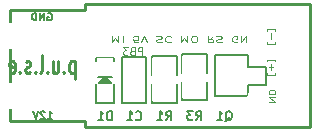
<source format=gbo>
G04 #@! TF.FileFunction,Legend,Bot*
%FSLAX46Y46*%
G04 Gerber Fmt 4.6, Leading zero omitted, Abs format (unit mm)*
G04 Created by KiCad (PCBNEW 0.201511011201+6288~30~ubuntu15.10.1-product) date Wed Nov  4 22:56:01 2015*
%MOMM*%
G01*
G04 APERTURE LIST*
%ADD10C,0.150000*%
%ADD11C,0.101600*%
%ADD12C,0.127000*%
%ADD13C,0.228600*%
%ADD14C,0.076200*%
%ADD15C,0.254000*%
%ADD16C,0.152400*%
%ADD17R,1.397000X1.524000*%
%ADD18R,1.778000X1.397000*%
%ADD19R,2.006600X1.808480*%
%ADD20R,1.651000X1.905000*%
%ADD21C,2.286000*%
%ADD22R,2.286000X2.286000*%
%ADD23C,1.905000*%
%ADD24C,1.676400*%
%ADD25R,6.350000X2.286000*%
G04 APERTURE END LIST*
D10*
D11*
X36600191Y-29687762D02*
X36600191Y-29052762D01*
X36358286Y-29052762D01*
X36297810Y-29083000D01*
X36267571Y-29113238D01*
X36237333Y-29173714D01*
X36237333Y-29264429D01*
X36267571Y-29324905D01*
X36297810Y-29355143D01*
X36358286Y-29385381D01*
X36600191Y-29385381D01*
X35753524Y-29355143D02*
X35662810Y-29385381D01*
X35632571Y-29415619D01*
X35602333Y-29476095D01*
X35602333Y-29566810D01*
X35632571Y-29627286D01*
X35662810Y-29657524D01*
X35723286Y-29687762D01*
X35965191Y-29687762D01*
X35965191Y-29052762D01*
X35753524Y-29052762D01*
X35693048Y-29083000D01*
X35662810Y-29113238D01*
X35632571Y-29173714D01*
X35632571Y-29234190D01*
X35662810Y-29294667D01*
X35693048Y-29324905D01*
X35753524Y-29355143D01*
X35965191Y-29355143D01*
X35390667Y-29052762D02*
X34997571Y-29052762D01*
X35209238Y-29294667D01*
X35118524Y-29294667D01*
X35058048Y-29324905D01*
X35027810Y-29355143D01*
X34997571Y-29415619D01*
X34997571Y-29566810D01*
X35027810Y-29627286D01*
X35058048Y-29657524D01*
X35118524Y-29687762D01*
X35299952Y-29687762D01*
X35360429Y-29657524D01*
X35390667Y-29627286D01*
D12*
X28614309Y-26162000D02*
X28674786Y-26131762D01*
X28765500Y-26131762D01*
X28856214Y-26162000D01*
X28916690Y-26222476D01*
X28946929Y-26282952D01*
X28977167Y-26403905D01*
X28977167Y-26494619D01*
X28946929Y-26615571D01*
X28916690Y-26676048D01*
X28856214Y-26736524D01*
X28765500Y-26766762D01*
X28705024Y-26766762D01*
X28614309Y-26736524D01*
X28584071Y-26706286D01*
X28584071Y-26494619D01*
X28705024Y-26494619D01*
X28311929Y-26766762D02*
X28311929Y-26131762D01*
X27949071Y-26766762D01*
X27949071Y-26131762D01*
X27646691Y-26766762D02*
X27646691Y-26131762D01*
X27495500Y-26131762D01*
X27404786Y-26162000D01*
X27344310Y-26222476D01*
X27314071Y-26282952D01*
X27283833Y-26403905D01*
X27283833Y-26494619D01*
X27314071Y-26615571D01*
X27344310Y-26676048D01*
X27404786Y-26736524D01*
X27495500Y-26766762D01*
X27646691Y-26766762D01*
D13*
X30888214Y-30216929D02*
X30888214Y-31740929D01*
X30888214Y-30289500D02*
X30791452Y-30216929D01*
X30597929Y-30216929D01*
X30501167Y-30289500D01*
X30452786Y-30362071D01*
X30404405Y-30507214D01*
X30404405Y-30942643D01*
X30452786Y-31087786D01*
X30501167Y-31160357D01*
X30597929Y-31232929D01*
X30791452Y-31232929D01*
X30888214Y-31160357D01*
X29968976Y-31087786D02*
X29920595Y-31160357D01*
X29968976Y-31232929D01*
X30017357Y-31160357D01*
X29968976Y-31087786D01*
X29968976Y-31232929D01*
X29049738Y-30216929D02*
X29049738Y-31232929D01*
X29485166Y-30216929D02*
X29485166Y-31015214D01*
X29436785Y-31160357D01*
X29340023Y-31232929D01*
X29194881Y-31232929D01*
X29098119Y-31160357D01*
X29049738Y-31087786D01*
X28565928Y-31087786D02*
X28517547Y-31160357D01*
X28565928Y-31232929D01*
X28614309Y-31160357D01*
X28565928Y-31087786D01*
X28565928Y-31232929D01*
X27936975Y-31232929D02*
X28033737Y-31160357D01*
X28082118Y-31015214D01*
X28082118Y-29708929D01*
X27549928Y-31087786D02*
X27501547Y-31160357D01*
X27549928Y-31232929D01*
X27598309Y-31160357D01*
X27549928Y-31087786D01*
X27549928Y-31232929D01*
X27114499Y-31160357D02*
X27017737Y-31232929D01*
X26824213Y-31232929D01*
X26727452Y-31160357D01*
X26679071Y-31015214D01*
X26679071Y-30942643D01*
X26727452Y-30797500D01*
X26824213Y-30724929D01*
X26969356Y-30724929D01*
X27066118Y-30652357D01*
X27114499Y-30507214D01*
X27114499Y-30434643D01*
X27066118Y-30289500D01*
X26969356Y-30216929D01*
X26824213Y-30216929D01*
X26727452Y-30289500D01*
X26243642Y-31087786D02*
X26195261Y-31160357D01*
X26243642Y-31232929D01*
X26292023Y-31160357D01*
X26243642Y-31087786D01*
X26243642Y-31232929D01*
X25372785Y-31160357D02*
X25469547Y-31232929D01*
X25663070Y-31232929D01*
X25759832Y-31160357D01*
X25808213Y-31015214D01*
X25808213Y-30434643D01*
X25759832Y-30289500D01*
X25663070Y-30216929D01*
X25469547Y-30216929D01*
X25372785Y-30289500D01*
X25324404Y-30434643D01*
X25324404Y-30579786D01*
X25808213Y-30724929D01*
D14*
X47331690Y-33642905D02*
X47839690Y-33642905D01*
X47331690Y-33280047D01*
X47839690Y-33280047D01*
X47331690Y-32977667D02*
X47839690Y-32977667D01*
X47839690Y-32826476D01*
X47815500Y-32735762D01*
X47767119Y-32675286D01*
X47718738Y-32645047D01*
X47621976Y-32614809D01*
X47549405Y-32614809D01*
X47452643Y-32645047D01*
X47404262Y-32675286D01*
X47355881Y-32735762D01*
X47331690Y-32826476D01*
X47331690Y-32977667D01*
X47162357Y-31193618D02*
X47162357Y-31344808D01*
X47888071Y-31344808D01*
X47888071Y-31193618D01*
X47525214Y-30951714D02*
X47525214Y-30467904D01*
X47331690Y-30709809D02*
X47718738Y-30709809D01*
X47162357Y-30226000D02*
X47162357Y-30074809D01*
X47888071Y-30074809D01*
X47888071Y-30226000D01*
X47162357Y-28593142D02*
X47162357Y-28744332D01*
X47888071Y-28744332D01*
X47888071Y-28593142D01*
X47525214Y-28351238D02*
X47525214Y-27867428D01*
X47162357Y-27625524D02*
X47162357Y-27474333D01*
X47888071Y-27474333D01*
X47888071Y-27625524D01*
D12*
X28587095Y-35085262D02*
X28949953Y-35085262D01*
X28768524Y-35085262D02*
X28768524Y-34450262D01*
X28829000Y-34540976D01*
X28889476Y-34601452D01*
X28949953Y-34631690D01*
X28345191Y-34510738D02*
X28314953Y-34480500D01*
X28254476Y-34450262D01*
X28103286Y-34450262D01*
X28042810Y-34480500D01*
X28012572Y-34510738D01*
X27982333Y-34571214D01*
X27982333Y-34631690D01*
X28012572Y-34722405D01*
X28375429Y-35085262D01*
X27982333Y-35085262D01*
X27800905Y-34450262D02*
X27589238Y-35085262D01*
X27377571Y-34450262D01*
D14*
X34072288Y-28091190D02*
X34072288Y-28599190D01*
X34326288Y-28236333D01*
X34580288Y-28599190D01*
X34580288Y-28091190D01*
X34943145Y-28091190D02*
X34943145Y-28599190D01*
X36249430Y-28599190D02*
X35886573Y-28599190D01*
X35850287Y-28357286D01*
X35886573Y-28381476D01*
X35959144Y-28405667D01*
X36140573Y-28405667D01*
X36213144Y-28381476D01*
X36249430Y-28357286D01*
X36285715Y-28308905D01*
X36285715Y-28187952D01*
X36249430Y-28139571D01*
X36213144Y-28115381D01*
X36140573Y-28091190D01*
X35959144Y-28091190D01*
X35886573Y-28115381D01*
X35850287Y-28139571D01*
X36503429Y-28599190D02*
X36757429Y-28091190D01*
X37011429Y-28599190D01*
X37809715Y-28115381D02*
X37918572Y-28091190D01*
X38100001Y-28091190D01*
X38172572Y-28115381D01*
X38208858Y-28139571D01*
X38245143Y-28187952D01*
X38245143Y-28236333D01*
X38208858Y-28284714D01*
X38172572Y-28308905D01*
X38100001Y-28333095D01*
X37954858Y-28357286D01*
X37882286Y-28381476D01*
X37846001Y-28405667D01*
X37809715Y-28454048D01*
X37809715Y-28502429D01*
X37846001Y-28550810D01*
X37882286Y-28575000D01*
X37954858Y-28599190D01*
X38136286Y-28599190D01*
X38245143Y-28575000D01*
X39007143Y-28139571D02*
X38970857Y-28115381D01*
X38862000Y-28091190D01*
X38789429Y-28091190D01*
X38680572Y-28115381D01*
X38608000Y-28163762D01*
X38571715Y-28212143D01*
X38535429Y-28308905D01*
X38535429Y-28381476D01*
X38571715Y-28478238D01*
X38608000Y-28526619D01*
X38680572Y-28575000D01*
X38789429Y-28599190D01*
X38862000Y-28599190D01*
X38970857Y-28575000D01*
X39007143Y-28550810D01*
X39914286Y-28091190D02*
X39914286Y-28599190D01*
X40168286Y-28236333D01*
X40422286Y-28599190D01*
X40422286Y-28091190D01*
X40930285Y-28599190D02*
X41075428Y-28599190D01*
X41148000Y-28575000D01*
X41220571Y-28526619D01*
X41256857Y-28429857D01*
X41256857Y-28260524D01*
X41220571Y-28163762D01*
X41148000Y-28115381D01*
X41075428Y-28091190D01*
X40930285Y-28091190D01*
X40857714Y-28115381D01*
X40785143Y-28163762D01*
X40748857Y-28260524D01*
X40748857Y-28429857D01*
X40785143Y-28526619D01*
X40857714Y-28575000D01*
X40930285Y-28599190D01*
X42599428Y-28091190D02*
X42345428Y-28333095D01*
X42164000Y-28091190D02*
X42164000Y-28599190D01*
X42454285Y-28599190D01*
X42526857Y-28575000D01*
X42563142Y-28550810D01*
X42599428Y-28502429D01*
X42599428Y-28429857D01*
X42563142Y-28381476D01*
X42526857Y-28357286D01*
X42454285Y-28333095D01*
X42164000Y-28333095D01*
X42889714Y-28115381D02*
X42998571Y-28091190D01*
X43180000Y-28091190D01*
X43252571Y-28115381D01*
X43288857Y-28139571D01*
X43325142Y-28187952D01*
X43325142Y-28236333D01*
X43288857Y-28284714D01*
X43252571Y-28308905D01*
X43180000Y-28333095D01*
X43034857Y-28357286D01*
X42962285Y-28381476D01*
X42926000Y-28405667D01*
X42889714Y-28454048D01*
X42889714Y-28502429D01*
X42926000Y-28550810D01*
X42962285Y-28575000D01*
X43034857Y-28599190D01*
X43216285Y-28599190D01*
X43325142Y-28575000D01*
X44631427Y-28575000D02*
X44558856Y-28599190D01*
X44449999Y-28599190D01*
X44341142Y-28575000D01*
X44268570Y-28526619D01*
X44232285Y-28478238D01*
X44195999Y-28381476D01*
X44195999Y-28308905D01*
X44232285Y-28212143D01*
X44268570Y-28163762D01*
X44341142Y-28115381D01*
X44449999Y-28091190D01*
X44522570Y-28091190D01*
X44631427Y-28115381D01*
X44667713Y-28139571D01*
X44667713Y-28308905D01*
X44522570Y-28308905D01*
X44994285Y-28091190D02*
X44994285Y-28599190D01*
X45429713Y-28091190D01*
X45429713Y-28599190D01*
D15*
X31750000Y-25908000D02*
X31750000Y-25400000D01*
X25400000Y-25908000D02*
X31750000Y-25908000D01*
X31750000Y-35306000D02*
X31750000Y-35814000D01*
X25400000Y-35306000D02*
X31750000Y-35306000D01*
X25400000Y-35306000D02*
X25400000Y-25908000D01*
X50800000Y-35814000D02*
X31750000Y-35814000D01*
X50800000Y-25400000D02*
X50800000Y-35814000D01*
X31750000Y-25400000D02*
X50800000Y-25400000D01*
D12*
X34036000Y-31559500D02*
X32893000Y-31559500D01*
X33401000Y-31686500D02*
X33591500Y-31686500D01*
X33210500Y-31813500D02*
X33718500Y-31813500D01*
X33083500Y-31940500D02*
X33845500Y-31940500D01*
X33464500Y-32067500D02*
X33972500Y-32067500D01*
X33972500Y-32067500D02*
X33464500Y-31559500D01*
X33464500Y-31559500D02*
X32956500Y-32067500D01*
X32956500Y-32067500D02*
X33464500Y-32067500D01*
X32702500Y-30226000D02*
X32702500Y-29908500D01*
X32702500Y-29908500D02*
X34226500Y-29908500D01*
X34226500Y-29908500D02*
X34226500Y-30226000D01*
X34226500Y-32131000D02*
X34226500Y-33718500D01*
X34226500Y-33718500D02*
X32702500Y-33718500D01*
X32702500Y-33718500D02*
X32702500Y-32131000D01*
D16*
X45593000Y-32194500D02*
X45593000Y-33147000D01*
X45593000Y-33147000D02*
X42799000Y-33147000D01*
X42799000Y-33147000D02*
X42799000Y-29781500D01*
X42799000Y-29781500D02*
X42799000Y-29718000D01*
X42799000Y-29718000D02*
X45593000Y-29718000D01*
X45593000Y-29718000D02*
X45593000Y-30670500D01*
X45593000Y-30670500D02*
X47117000Y-30670500D01*
X47117000Y-30670500D02*
X47117000Y-31432500D01*
X47117000Y-31432500D02*
X47117000Y-32194500D01*
X47117000Y-32194500D02*
X45593000Y-32194500D01*
X37401500Y-31369000D02*
X37401500Y-29781500D01*
X37401500Y-29781500D02*
X39560500Y-29781500D01*
X39560500Y-29781500D02*
X39560500Y-31369000D01*
X39560500Y-32131000D02*
X39560500Y-33655000D01*
X39560500Y-33655000D02*
X39560500Y-33718500D01*
X39560500Y-33718500D02*
X37401500Y-33718500D01*
X37401500Y-33718500D02*
X37401500Y-32131000D01*
X42100500Y-31940500D02*
X42100500Y-33528000D01*
X42100500Y-33528000D02*
X39941500Y-33528000D01*
X39941500Y-33528000D02*
X39941500Y-31940500D01*
X39941500Y-31178500D02*
X39941500Y-29654500D01*
X39941500Y-29654500D02*
X39941500Y-29591000D01*
X39941500Y-29591000D02*
X42100500Y-29591000D01*
X42100500Y-29591000D02*
X42100500Y-31178500D01*
D12*
X36957000Y-31813500D02*
X36957000Y-33782000D01*
X36957000Y-33782000D02*
X34925000Y-33782000D01*
X34925000Y-33782000D02*
X34925000Y-29845000D01*
X34925000Y-29845000D02*
X36957000Y-29845000D01*
X36957000Y-29845000D02*
X36957000Y-31813500D01*
X34026928Y-35206214D02*
X34026928Y-34444214D01*
X33845500Y-34444214D01*
X33736643Y-34480500D01*
X33664071Y-34553071D01*
X33627786Y-34625643D01*
X33591500Y-34770786D01*
X33591500Y-34879643D01*
X33627786Y-35024786D01*
X33664071Y-35097357D01*
X33736643Y-35169929D01*
X33845500Y-35206214D01*
X34026928Y-35206214D01*
X32865786Y-35206214D02*
X33301214Y-35206214D01*
X33083500Y-35206214D02*
X33083500Y-34444214D01*
X33156071Y-34553071D01*
X33228643Y-34625643D01*
X33301214Y-34661929D01*
X43633571Y-35278786D02*
X43706143Y-35242500D01*
X43778714Y-35169929D01*
X43887571Y-35061071D01*
X43960143Y-35024786D01*
X44032714Y-35024786D01*
X43996429Y-35206214D02*
X44069000Y-35169929D01*
X44141571Y-35097357D01*
X44177857Y-34952214D01*
X44177857Y-34698214D01*
X44141571Y-34553071D01*
X44069000Y-34480500D01*
X43996429Y-34444214D01*
X43851286Y-34444214D01*
X43778714Y-34480500D01*
X43706143Y-34553071D01*
X43669857Y-34698214D01*
X43669857Y-34952214D01*
X43706143Y-35097357D01*
X43778714Y-35169929D01*
X43851286Y-35206214D01*
X43996429Y-35206214D01*
X42944143Y-35206214D02*
X43379571Y-35206214D01*
X43161857Y-35206214D02*
X43161857Y-34444214D01*
X43234428Y-34553071D01*
X43307000Y-34625643D01*
X43379571Y-34661929D01*
X38608000Y-35206214D02*
X38862000Y-34843357D01*
X39043428Y-35206214D02*
X39043428Y-34444214D01*
X38753143Y-34444214D01*
X38680571Y-34480500D01*
X38644286Y-34516786D01*
X38608000Y-34589357D01*
X38608000Y-34698214D01*
X38644286Y-34770786D01*
X38680571Y-34807071D01*
X38753143Y-34843357D01*
X39043428Y-34843357D01*
X37882286Y-35206214D02*
X38317714Y-35206214D01*
X38100000Y-35206214D02*
X38100000Y-34444214D01*
X38172571Y-34553071D01*
X38245143Y-34625643D01*
X38317714Y-34661929D01*
X41148000Y-35206214D02*
X41402000Y-34843357D01*
X41583428Y-35206214D02*
X41583428Y-34444214D01*
X41293143Y-34444214D01*
X41220571Y-34480500D01*
X41184286Y-34516786D01*
X41148000Y-34589357D01*
X41148000Y-34698214D01*
X41184286Y-34770786D01*
X41220571Y-34807071D01*
X41293143Y-34843357D01*
X41583428Y-34843357D01*
X40894000Y-34444214D02*
X40422286Y-34444214D01*
X40676286Y-34734500D01*
X40567428Y-34734500D01*
X40494857Y-34770786D01*
X40458571Y-34807071D01*
X40422286Y-34879643D01*
X40422286Y-35061071D01*
X40458571Y-35133643D01*
X40494857Y-35169929D01*
X40567428Y-35206214D01*
X40785143Y-35206214D01*
X40857714Y-35169929D01*
X40894000Y-35133643D01*
X36068000Y-35133643D02*
X36104286Y-35169929D01*
X36213143Y-35206214D01*
X36285714Y-35206214D01*
X36394571Y-35169929D01*
X36467143Y-35097357D01*
X36503428Y-35024786D01*
X36539714Y-34879643D01*
X36539714Y-34770786D01*
X36503428Y-34625643D01*
X36467143Y-34553071D01*
X36394571Y-34480500D01*
X36285714Y-34444214D01*
X36213143Y-34444214D01*
X36104286Y-34480500D01*
X36068000Y-34516786D01*
X35342286Y-35206214D02*
X35777714Y-35206214D01*
X35560000Y-35206214D02*
X35560000Y-34444214D01*
X35632571Y-34553071D01*
X35705143Y-34625643D01*
X35777714Y-34661929D01*
%LPC*%
D17*
X33464500Y-30734000D03*
X33464500Y-32893000D03*
D18*
X43751500Y-32385000D03*
X46164500Y-31432500D03*
X43751500Y-30480000D03*
D19*
X38481000Y-30797500D03*
X38481000Y-32702500D03*
X41021000Y-32512000D03*
X41021000Y-30607000D03*
D20*
X35941000Y-30861000D03*
X35941000Y-32766000D03*
D21*
X49085500Y-33147000D03*
D22*
X33464500Y-26924000D03*
D21*
X36004500Y-26924000D03*
X38544500Y-26924000D03*
X41084500Y-26924000D03*
X43624500Y-26924000D03*
X46164500Y-26924000D03*
D22*
X49085500Y-30607000D03*
D21*
X49085500Y-28067000D03*
D23*
X33020000Y-28829000D03*
D24*
X46291500Y-33337500D03*
X46291500Y-28892500D03*
D25*
X28448000Y-33147000D03*
X28448000Y-28067000D03*
M02*

</source>
